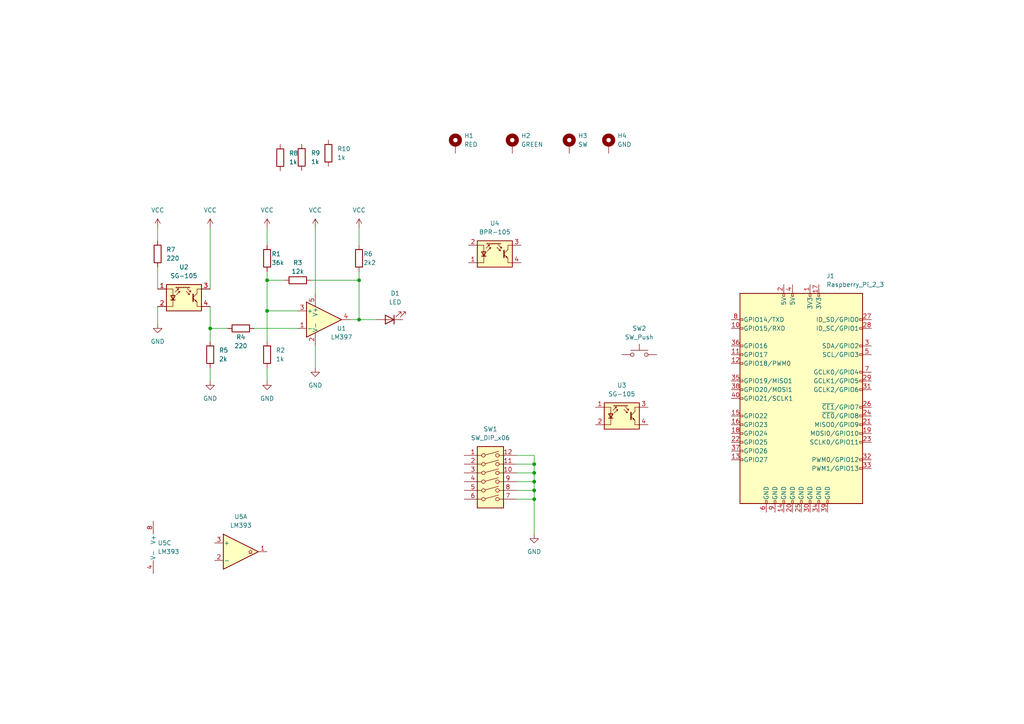
<source format=kicad_sch>
(kicad_sch (version 20230121) (generator eeschema)
  (paper "A4")
  (title_block (title "FILM MAGAZINE") (rev "1") (company "frogman crafts"))
  (lib_symbols
    (symbol "Comparator:LM393" (pin_names (offset 0.127))
      (property "Reference" "U" (at 3.81 3.81 0))
      (property "Value" "LM393" (at 6.35 -3.81 0))
      (symbol "LM393_1_1"
        (polyline (pts (xy -5.08 5.08) (xy 5.08 0) (xy -5.08 -5.08) (xy -5.08 5.08)) (stroke (width 0.254)) (fill (type background)))
        (polyline (pts (xy 3.302 -0.508) (xy 2.794 -0.508) (xy 3.302 0) (xy 2.794 0.508) (xy 2.286 0) (xy 2.794 -0.508) (xy 2.286 -0.508)) (stroke (width 0.127)))
        (pin open_collector line (at 7.62 0 180) (length 2.54) (name "~") (number "1"))
        (pin input line (at -7.62 -2.54 0) (length 2.54) (name "-") (number "2"))
        (pin input line (at -7.62 2.54 0) (length 2.54) (name "+") (number "3"))
      )
      (symbol "LM393_2_1"
        (polyline (pts (xy -5.08 5.08) (xy 5.08 0) (xy -5.08 -5.08) (xy -5.08 5.08)) (stroke (width 0.254)) (fill (type background)))
        (polyline (pts (xy 3.302 -0.508) (xy 2.794 -0.508) (xy 3.302 0) (xy 2.794 0.508) (xy 2.286 0) (xy 2.794 -0.508) (xy 2.286 -0.508)) (stroke (width 0.127)))
        (pin input line (at -7.62 2.54 0) (length 2.54) (name "+") (number "5"))
        (pin input line (at -7.62 -2.54 0) (length 2.54) (name "-") (number "6"))
        (pin open_collector line (at 7.62 0 180) (length 2.54) (name "~") (number "7"))
      )
      (symbol "LM393_3_1"
        (pin power_in line (at -2.54 -7.62 90) (length 3.81) (name "V-") (number "4"))
        (pin power_in line (at -2.54 7.62 270) (length 3.81) (name "V+") (number "8"))
      )
    )
    (symbol "Comparator:LM397" (pin_names (offset 0.127))
      (property "Reference" "U" (at 1.27 5.08 0))
      (property "Value" "LM397" (at 3.81 -5.08 0))
      (symbol "LM397_0_1"
        (polyline (pts (xy -5.08 5.08) (xy 5.08 0) (xy -5.08 -5.08) (xy -5.08 5.08)) (stroke (width 0.254)) (fill (type background)))
      )
      (symbol "LM397_1_1"
        (pin input line (at -7.62 -2.54 0) (length 2.54) (name "-") (number "1"))
        (pin power_in line (at -2.54 -7.62 90) (length 3.81) (name "V-") (number "2"))
        (pin input line (at -7.62 2.54 0) (length 2.54) (name "+") (number "3"))
        (pin open_collector line (at 7.62 0 180) (length 2.54) (name "~") (number "4"))
        (pin power_in line (at -2.54 7.62 270) (length 3.81) (name "V+") (number "5"))
      )
    )
    (symbol "Connector:Raspberry_Pi_2_3" (pin_names (offset 1.016))
      (property "Reference" "J" (at -17.78 31.75 0))
      (property "Value" "Raspberry_Pi_2_3" (at 10.16 -31.75 0))
      (symbol "Raspberry_Pi_2_3_0_1"
        (rectangle (start -17.78 30.48) (end 17.78 -30.48) (stroke (width 0.254)) (fill (type background)))
      )
      (symbol "Raspberry_Pi_2_3_1_1"
        (rectangle (start -16.891 -17.526) (end -17.78 -18.034))
        (rectangle (start -16.891 -14.986) (end -17.78 -15.494))
        (rectangle (start -16.891 -12.446) (end -17.78 -12.954))
        (rectangle (start -16.891 -9.906) (end -17.78 -10.414))
        (rectangle (start -16.891 -7.366) (end -17.78 -7.874))
        (rectangle (start -16.891 -4.826) (end -17.78 -5.334))
        (rectangle (start -16.891 0.254) (end -17.78 -0.254))
        (rectangle (start -16.891 2.794) (end -17.78 2.286))
        (rectangle (start -16.891 5.334) (end -17.78 4.826))
        (rectangle (start -16.891 10.414) (end -17.78 9.906))
        (rectangle (start -16.891 12.954) (end -17.78 12.446))
        (rectangle (start -16.891 15.494) (end -17.78 14.986))
        (rectangle (start -16.891 20.574) (end -17.78 20.066))
        (rectangle (start -16.891 23.114) (end -17.78 22.606))
        (rectangle (start -10.414 -29.591) (end -9.906 -30.48))
        (rectangle (start -7.874 -29.591) (end -7.366 -30.48))
        (rectangle (start -5.334 -29.591) (end -4.826 -30.48))
        (rectangle (start -5.334 30.48) (end -4.826 29.591))
        (rectangle (start -2.794 -29.591) (end -2.286 -30.48))
        (rectangle (start -2.794 30.48) (end -2.286 29.591))
        (rectangle (start -0.254 -29.591) (end 0.254 -30.48))
        (rectangle (start 2.286 -29.591) (end 2.794 -30.48))
        (rectangle (start 2.286 30.48) (end 2.794 29.591))
        (rectangle (start 4.826 -29.591) (end 5.334 -30.48))
        (rectangle (start 4.826 30.48) (end 5.334 29.591))
        (rectangle (start 7.366 -29.591) (end 7.874 -30.48))
        (rectangle (start 17.78 -20.066) (end 16.891 -20.574))
        (rectangle (start 17.78 -17.526) (end 16.891 -18.034))
        (rectangle (start 17.78 -12.446) (end 16.891 -12.954))
        (rectangle (start 17.78 -9.906) (end 16.891 -10.414))
        (rectangle (start 17.78 -7.366) (end 16.891 -7.874))
        (rectangle (start 17.78 -4.826) (end 16.891 -5.334))
        (rectangle (start 17.78 -2.286) (end 16.891 -2.794))
        (rectangle (start 17.78 2.794) (end 16.891 2.286))
        (rectangle (start 17.78 5.334) (end 16.891 4.826))
        (rectangle (start 17.78 7.874) (end 16.891 7.366))
        (rectangle (start 17.78 12.954) (end 16.891 12.446))
        (rectangle (start 17.78 15.494) (end 16.891 14.986))
        (rectangle (start 17.78 20.574) (end 16.891 20.066))
        (rectangle (start 17.78 23.114) (end 16.891 22.606))
        (pin power_in line (at 2.54 33.02 270) (length 2.54) (name "3V3") (number "1"))
        (pin bidirectional line (at -20.32 20.32 0) (length 2.54) (name "GPIO15/RXD") (number "10"))
        (pin bidirectional line (at -20.32 12.7 0) (length 2.54) (name "GPIO17") (number "11"))
        (pin bidirectional line (at -20.32 10.16 0) (length 2.54) (name "GPIO18/PWM0") (number "12"))
        (pin bidirectional line (at -20.32 -17.78 0) (length 2.54) (name "GPIO27") (number "13"))
        (pin power_in line (at -5.08 -33.02 90) (length 2.54) (name "GND") (number "14"))
        (pin bidirectional line (at -20.32 -5.08 0) (length 2.54) (name "GPIO22") (number "15"))
        (pin bidirectional line (at -20.32 -7.62 0) (length 2.54) (name "GPIO23") (number "16"))
        (pin power_in line (at 5.08 33.02 270) (length 2.54) (name "3V3") (number "17"))
        (pin bidirectional line (at -20.32 -10.16 0) (length 2.54) (name "GPIO24") (number "18"))
        (pin bidirectional line (at 20.32 -10.16 180) (length 2.54) (name "MOSI0/GPIO10") (number "19"))
        (pin power_in line (at -5.08 33.02 270) (length 2.54) (name "5V") (number "2"))
        (pin power_in line (at -2.54 -33.02 90) (length 2.54) (name "GND") (number "20"))
        (pin bidirectional line (at 20.32 -7.62 180) (length 2.54) (name "MISO0/GPIO9") (number "21"))
        (pin bidirectional line (at -20.32 -12.7 0) (length 2.54) (name "GPIO25") (number "22"))
        (pin bidirectional line (at 20.32 -12.7 180) (length 2.54) (name "SCLK0/GPIO11") (number "23"))
        (pin bidirectional line (at 20.32 -5.08 180) (length 2.54) (name "~{CE0}/GPIO8") (number "24"))
        (pin power_in line (at 0 -33.02 90) (length 2.54) (name "GND") (number "25"))
        (pin bidirectional line (at 20.32 -2.54 180) (length 2.54) (name "~{CE1}/GPIO7") (number "26"))
        (pin bidirectional line (at 20.32 22.86 180) (length 2.54) (name "ID_SD/GPIO0") (number "27"))
        (pin bidirectional line (at 20.32 20.32 180) (length 2.54) (name "ID_SC/GPIO1") (number "28"))
        (pin bidirectional line (at 20.32 5.08 180) (length 2.54) (name "GCLK1/GPIO5") (number "29"))
        (pin bidirectional line (at 20.32 15.24 180) (length 2.54) (name "SDA/GPIO2") (number "3"))
        (pin power_in line (at 2.54 -33.02 90) (length 2.54) (name "GND") (number "30"))
        (pin bidirectional line (at 20.32 2.54 180) (length 2.54) (name "GCLK2/GPIO6") (number "31"))
        (pin bidirectional line (at 20.32 -17.78 180) (length 2.54) (name "PWM0/GPIO12") (number "32"))
        (pin bidirectional line (at 20.32 -20.32 180) (length 2.54) (name "PWM1/GPIO13") (number "33"))
        (pin power_in line (at 5.08 -33.02 90) (length 2.54) (name "GND") (number "34"))
        (pin bidirectional line (at -20.32 5.08 0) (length 2.54) (name "GPIO19/MISO1") (number "35"))
        (pin bidirectional line (at -20.32 15.24 0) (length 2.54) (name "GPIO16") (number "36"))
        (pin bidirectional line (at -20.32 -15.24 0) (length 2.54) (name "GPIO26") (number "37"))
        (pin bidirectional line (at -20.32 2.54 0) (length 2.54) (name "GPIO20/MOSI1") (number "38"))
        (pin power_in line (at 7.62 -33.02 90) (length 2.54) (name "GND") (number "39"))
        (pin power_in line (at -2.54 33.02 270) (length 2.54) (name "5V") (number "4"))
        (pin bidirectional line (at -20.32 0 0) (length 2.54) (name "GPIO21/SCLK1") (number "40"))
        (pin bidirectional line (at 20.32 12.7 180) (length 2.54) (name "SCL/GPIO3") (number "5"))
        (pin power_in line (at -10.16 -33.02 90) (length 2.54) (name "GND") (number "6"))
        (pin bidirectional line (at 20.32 7.62 180) (length 2.54) (name "GCLK0/GPIO4") (number "7"))
        (pin bidirectional line (at -20.32 22.86 0) (length 2.54) (name "GPIO14/TXD") (number "8"))
        (pin power_in line (at -7.62 -33.02 90) (length 2.54) (name "GND") (number "9"))
      )
    )
    (symbol "Device:LED" (pin_numbers hide) (pin_names (offset 1.016) hide)
      (property "Reference" "D" (at 0 2.54 0))
      (property "Value" "LED" (at 0 -2.54 0))
      (symbol "LED_0_1"
        (polyline (pts (xy -1.27 -1.27) (xy -1.27 1.27)) (stroke (width 0.254)))
        (polyline (pts (xy -1.27 0) (xy 1.27 0)))
        (polyline (pts (xy 1.27 -1.27) (xy 1.27 1.27) (xy -1.27 0) (xy 1.27 -1.27)) (stroke (width 0.254)))
        (polyline (pts (xy -3.048 -0.762) (xy -4.572 -2.286) (xy -3.81 -2.286) (xy -4.572 -2.286) (xy -4.572 -1.524)))
        (polyline (pts (xy -1.778 -0.762) (xy -3.302 -2.286) (xy -2.54 -2.286) (xy -3.302 -2.286) (xy -3.302 -1.524)))
      )
      (symbol "LED_1_1"
        (pin passive line (at -3.81 0 0) (length 2.54) (name "K") (number "1"))
        (pin passive line (at 3.81 0 180) (length 2.54) (name "A") (number "2"))
      )
    )
    (symbol "Device:R" (pin_numbers hide) (pin_names (offset 0))
      (property "Reference" "R" (at 2.032 0 90))
      (property "Value" "R" (at 0 0 90))
      (symbol "R_0_1"
        (rectangle (start -1.016 -2.54) (end 1.016 2.54) (stroke (width 0.254)))
      )
      (symbol "R_1_1"
        (pin passive line (at 0 3.81 270) (length 1.27) (name "~") (number "1"))
        (pin passive line (at 0 -3.81 90) (length 1.27) (name "~") (number "2"))
      )
    )
    (symbol "Mechanical:MountingHole_Pad" (pin_numbers hide) (pin_names (offset 1.016) hide)
      (property "Reference" "H" (at 0 6.35 0))
      (property "Value" "MountingHole_Pad" (at 0 4.445 0))
      (symbol "MountingHole_Pad_0_1"
        (circle (center 0 1.27) (radius 1.27) (stroke (width 1.27)))
      )
      (symbol "MountingHole_Pad_1_1"
        (pin input line (at 0 -2.54 90) (length 2.54) (name "1") (number "1"))
      )
    )
    (symbol "Sensor_Proximity:BPR-105" (pin_names (offset 0.0254) hide)
      (property "Reference" "U" (at -5.08 5.08 0))
      (property "Value" "BPR-105" (at 7.62 5.08 0))
      (symbol "BPR-105_0_1"
        (polyline (pts (xy -3.81 -0.635) (xy -2.54 -0.635)) (stroke (width 0.254)))
        (polyline (pts (xy -2.286 2.921) (xy -2.032 3.175)))
        (polyline (pts (xy -1.778 2.921) (xy -1.524 3.175)))
        (polyline (pts (xy -1.524 2.667) (xy -1.651 2.159)))
        (polyline (pts (xy -1.27 2.921) (xy -1.016 3.175)))
        (polyline (pts (xy -1.143 1.905) (xy -1.27 1.397)))
        (polyline (pts (xy -0.762 2.921) (xy -0.508 3.175)))
        (polyline (pts (xy -0.254 2.921) (xy 0 3.175)))
        (polyline (pts (xy 0.254 2.921) (xy 0.508 3.175)))
        (polyline (pts (xy 0.762 2.921) (xy 1.016 3.175)))
        (polyline (pts (xy 1.27 2.921) (xy 1.524 3.175)))
        (polyline (pts (xy 1.651 0.889) (xy 1.143 1.016)))
        (polyline (pts (xy 1.778 2.921) (xy -2.413 2.921)))
        (polyline (pts (xy 2.032 1.651) (xy 1.524 1.778)))
        (polyline (pts (xy 2.667 -0.127) (xy 3.81 -1.27)))
        (polyline (pts (xy 2.667 0.127) (xy 3.81 1.27)))
        (polyline (pts (xy -2.54 1.651) (xy -1.524 2.667) (xy -2.032 2.54)))
        (polyline (pts (xy -2.159 0.889) (xy -1.143 1.905) (xy -1.651 1.778)))
        (polyline (pts (xy 0.635 1.905) (xy 1.651 0.889) (xy 1.524 1.397)))
        (polyline (pts (xy 1.016 2.667) (xy 2.032 1.651) (xy 1.905 2.159)))
        (polyline (pts (xy 2.667 1.016) (xy 2.667 -1.016) (xy 2.667 -1.016)) (stroke (width 0.3556)))
        (polyline (pts (xy 3.81 -1.27) (xy 3.81 -2.54) (xy 5.08 -2.54)))
        (polyline (pts (xy 3.81 1.27) (xy 3.81 2.54) (xy 5.08 2.54)))
        (polyline (pts (xy -5.08 -2.54) (xy -3.175 -2.54) (xy -3.175 2.54) (xy -5.08 2.54)))
        (polyline (pts (xy -3.175 -0.635) (xy -3.81 0.635) (xy -2.54 0.635) (xy -3.175 -0.635)) (stroke (width 0.254)))
        (polyline (pts (xy 3.683 -1.143) (xy 3.429 -0.635) (xy 3.175 -0.889) (xy 3.683 -1.143)))
        (polyline (pts (xy -5.08 -3.81) (xy 5.08 -3.81) (xy 5.08 3.81) (xy -5.08 3.81) (xy -5.08 -3.81)) (stroke (width 0.254)) (fill (type background)))
      )
      (symbol "BPR-105_1_1"
        (pin passive line (at -7.62 -2.54 0) (length 2.54) (name "K") (number "1"))
        (pin passive line (at -7.62 2.54 0) (length 2.54) (name "A") (number "2"))
        (pin open_collector line (at 7.62 2.54 180) (length 2.54) (name "C") (number "3"))
        (pin open_emitter line (at 7.62 -2.54 180) (length 2.54) (name "E") (number "4"))
      )
    )
    (symbol "Sensor_Proximity:SG-105" (pin_names (offset 1.016) hide)
      (property "Reference" "U" (at -3.81 5.08 0))
      (property "Value" "SG-105" (at 8.89 5.08 0))
      (symbol "SG-105_0_1"
        (polyline (pts (xy -3.81 -0.635) (xy -2.54 -0.635)) (stroke (width 0.254)))
        (polyline (pts (xy -2.286 2.921) (xy -2.032 3.175)))
        (polyline (pts (xy -1.778 2.921) (xy -1.524 3.175)))
        (polyline (pts (xy -1.524 2.667) (xy -1.651 2.159)))
        (polyline (pts (xy -1.27 2.921) (xy -1.016 3.175)))
        (polyline (pts (xy -1.143 1.905) (xy -1.27 1.397)))
        (polyline (pts (xy -0.762 2.921) (xy -0.508 3.175)))
        (polyline (pts (xy -0.254 2.921) (xy 0 3.175)))
        (polyline (pts (xy 0.254 2.921) (xy 0.508 3.175)))
        (polyline (pts (xy 0.762 2.921) (xy 1.016 3.175)))
        (polyline (pts (xy 1.27 2.921) (xy 1.524 3.175)))
        (polyline (pts (xy 1.651 0.889) (xy 1.143 1.016)))
        (polyline (pts (xy 1.778 2.921) (xy -2.413 2.921)))
        (polyline (pts (xy 2.032 1.651) (xy 1.524 1.778)))
        (polyline (pts (xy 2.667 -0.127) (xy 3.81 -1.27)))
        (polyline (pts (xy 2.667 0.127) (xy 3.81 1.27)))
        (polyline (pts (xy -2.54 1.651) (xy -1.524 2.667) (xy -2.032 2.54)))
        (polyline (pts (xy -2.159 0.889) (xy -1.143 1.905) (xy -1.651 1.778)))
        (polyline (pts (xy 0.635 1.905) (xy 1.651 0.889) (xy 1.524 1.397)))
        (polyline (pts (xy 1.016 2.667) (xy 2.032 1.651) (xy 1.905 2.159)))
        (polyline (pts (xy 2.667 1.016) (xy 2.667 -1.016) (xy 2.667 -1.016)) (stroke (width 0.3556)))
        (polyline (pts (xy 3.81 -1.27) (xy 3.81 -2.54) (xy 5.08 -2.54)))
        (polyline (pts (xy 3.81 1.27) (xy 3.81 2.54) (xy 5.08 2.54)))
        (polyline (pts (xy -5.08 -2.54) (xy -3.175 -2.54) (xy -3.175 2.54) (xy -5.08 2.54)))
        (polyline (pts (xy -3.175 -0.635) (xy -3.81 0.635) (xy -2.54 0.635) (xy -3.175 -0.635)) (stroke (width 0.254)))
        (polyline (pts (xy 3.683 -1.143) (xy 3.429 -0.635) (xy 3.175 -0.889) (xy 3.683 -1.143)))
        (polyline (pts (xy -5.08 -3.81) (xy 5.08 -3.81) (xy 5.08 3.81) (xy -5.08 3.81) (xy -5.08 -3.81)) (stroke (width 0.254)) (fill (type background)))
      )
      (symbol "SG-105_1_1"
        (pin passive line (at -7.62 2.54 0) (length 2.54) (name "A") (number "1"))
        (pin passive line (at -7.62 -2.54 0) (length 2.54) (name "K") (number "2"))
        (pin open_collector line (at 7.62 2.54 180) (length 2.54) (name "C") (number "3"))
        (pin open_emitter line (at 7.62 -2.54 180) (length 2.54) (name "E") (number "4"))
      )
    )
    (symbol "Switch:SW_DIP_x06" (pin_names (offset 0) hide)
      (property "Reference" "SW" (at 0 11.43 0))
      (property "Value" "SW_DIP_x06" (at 0 -8.89 0))
      (symbol "SW_DIP_x06_0_0"
        (circle (center -2.032 -5.08) (radius 0.508))
        (circle (center -2.032 -2.54) (radius 0.508))
        (circle (center -2.032 0) (radius 0.508))
        (circle (center -2.032 2.54) (radius 0.508))
        (circle (center -2.032 5.08) (radius 0.508))
        (circle (center -2.032 7.62) (radius 0.508))
        (polyline (pts (xy -1.524 -4.9276) (xy 2.3622 -3.8862)))
        (polyline (pts (xy -1.524 -2.3876) (xy 2.3622 -1.3462)))
        (polyline (pts (xy -1.524 0.127) (xy 2.3622 1.1684)))
        (polyline (pts (xy -1.524 2.667) (xy 2.3622 3.7084)))
        (polyline (pts (xy -1.524 5.207) (xy 2.3622 6.2484)))
        (polyline (pts (xy -1.524 7.747) (xy 2.3622 8.7884)))
        (circle (center 2.032 -5.08) (radius 0.508))
        (circle (center 2.032 -2.54) (radius 0.508))
        (circle (center 2.032 0) (radius 0.508))
        (circle (center 2.032 2.54) (radius 0.508))
        (circle (center 2.032 5.08) (radius 0.508))
        (circle (center 2.032 7.62) (radius 0.508))
      )
      (symbol "SW_DIP_x06_0_1"
        (rectangle (start -3.81 10.16) (end 3.81 -7.62) (stroke (width 0.254)) (fill (type background)))
      )
      (symbol "SW_DIP_x06_1_1"
        (pin passive line (at -7.62 7.62 0) (length 5.08) (name "~") (number "1"))
        (pin passive line (at 7.62 2.54 180) (length 5.08) (name "~") (number "10"))
        (pin passive line (at 7.62 5.08 180) (length 5.08) (name "~") (number "11"))
        (pin passive line (at 7.62 7.62 180) (length 5.08) (name "~") (number "12"))
        (pin passive line (at -7.62 5.08 0) (length 5.08) (name "~") (number "2"))
        (pin passive line (at -7.62 2.54 0) (length 5.08) (name "~") (number "3"))
        (pin passive line (at -7.62 0 0) (length 5.08) (name "~") (number "4"))
        (pin passive line (at -7.62 -2.54 0) (length 5.08) (name "~") (number "5"))
        (pin passive line (at -7.62 -5.08 0) (length 5.08) (name "~") (number "6"))
        (pin passive line (at 7.62 -5.08 180) (length 5.08) (name "~") (number "7"))
        (pin passive line (at 7.62 -2.54 180) (length 5.08) (name "~") (number "8"))
        (pin passive line (at 7.62 0 180) (length 5.08) (name "~") (number "9"))
      )
    )
    (symbol "Switch:SW_Push" (pin_numbers hide) (pin_names (offset 1.016) hide)
      (property "Reference" "SW" (at 1.27 2.54 0))
      (property "Value" "SW_Push" (at 0 -1.524 0))
      (symbol "SW_Push_0_1"
        (circle (center -2.032 0) (radius 0.508))
        (polyline (pts (xy 0 1.27) (xy 0 3.048)))
        (polyline (pts (xy 2.54 1.27) (xy -2.54 1.27)))
        (circle (center 2.032 0) (radius 0.508))
        (pin passive line (at -5.08 0 0) (length 2.54) (name "1") (number "1"))
        (pin passive line (at 5.08 0 180) (length 2.54) (name "2") (number "2"))
      )
    )
    (symbol "power:GND" (power) (pin_names (offset 0))
      (property "Value" "GND" (at 0 -3.81 0))
      (symbol "GND_0_1"
        (polyline (pts (xy 0 0) (xy 0 -1.27) (xy 1.27 -1.27) (xy 0 -2.54) (xy -1.27 -1.27) (xy 0 -1.27)))
      )
      (symbol "GND_1_1"
        (pin power_in line (at 0 0 270) (length 0) hide (name "GND") (number "1"))
      )
    )
    (symbol "power:VCC" (power) (pin_names (offset 0))
      (property "Value" "VCC" (at 0 3.81 0))
      (symbol "VCC_0_1"
        (polyline (pts (xy -0.762 1.27) (xy 0 2.54)))
        (polyline (pts (xy 0 0) (xy 0 2.54)))
        (polyline (pts (xy 0 2.54) (xy 0.762 1.27)))
      )
      (symbol "VCC_1_1"
        (pin power_in line (at 0 0 90) (length 0) hide (name "VCC") (number "1"))
      )
    )
  )
  (junction (at 104.14 92.71))
  (junction (at 154.94 139.7))
  (junction (at 154.94 134.62))
  (junction (at 77.47 81.28))
  (junction (at 154.94 142.24))
  (junction (at 77.47 90.17))
  (junction (at 104.14 81.28))
  (junction (at 60.96 95.25))
  (junction (at 154.94 137.16))
  (junction (at 154.94 144.78))
  (wire (pts (xy 91.44 100.33) (xy 91.44 106.68)))
  (wire (pts (xy 60.96 95.25) (xy 60.96 99.06)))
  (wire (pts (xy 77.47 81.28) (xy 77.47 90.17)))
  (wire (pts (xy 60.96 66.04) (xy 60.96 83.82)))
  (wire (pts (xy 77.47 78.74) (xy 77.47 81.28)))
  (wire (pts (xy 154.94 144.78) (xy 154.94 154.94)))
  (wire (pts (xy 149.86 139.7) (xy 154.94 139.7)))
  (wire (pts (xy 77.47 81.28) (xy 82.55 81.28)))
  (wire (pts (xy 60.96 95.25) (xy 66.04 95.25)))
  (wire (pts (xy 91.44 66.04) (xy 91.44 85.09)))
  (wire (pts (xy 154.94 139.7) (xy 154.94 142.24)))
  (wire (pts (xy 149.86 144.78) (xy 154.94 144.78)))
  (wire (pts (xy 60.96 88.9) (xy 60.96 95.25)))
  (wire (pts (xy 149.86 132.08) (xy 154.94 132.08)))
  (wire (pts (xy 77.47 90.17) (xy 77.47 99.06)))
  (wire (pts (xy 154.94 142.24) (xy 154.94 144.78)))
  (wire (pts (xy 149.86 134.62) (xy 154.94 134.62)))
  (wire (pts (xy 45.72 88.9) (xy 45.72 93.98)))
  (wire (pts (xy 101.6 92.71) (xy 104.14 92.71)))
  (wire (pts (xy 77.47 90.17) (xy 86.36 90.17)))
  (wire (pts (xy 149.86 142.24) (xy 154.94 142.24)))
  (wire (pts (xy 154.94 132.08) (xy 154.94 134.62)))
  (wire (pts (xy 45.72 66.04) (xy 45.72 69.85)))
  (wire (pts (xy 149.86 137.16) (xy 154.94 137.16)))
  (wire (pts (xy 154.94 134.62) (xy 154.94 137.16)))
  (wire (pts (xy 154.94 137.16) (xy 154.94 139.7)))
  (wire (pts (xy 104.14 81.28) (xy 104.14 92.71)))
  (wire (pts (xy 90.17 81.28) (xy 104.14 81.28)))
  (wire (pts (xy 104.14 92.71) (xy 109.22 92.71)))
  (wire (pts (xy 60.96 106.68) (xy 60.96 110.49)))
  (wire (pts (xy 104.14 78.74) (xy 104.14 81.28)))
  (wire (pts (xy 104.14 66.04) (xy 104.14 71.12)))
  (wire (pts (xy 45.72 77.47) (xy 45.72 83.82)))
  (wire (pts (xy 73.66 95.25) (xy 86.36 95.25)))
  (wire (pts (xy 77.47 66.04) (xy 77.47 71.12)))
  (wire (pts (xy 77.47 106.68) (xy 77.47 110.49)))
  (symbol (lib_id "Device:R") (at 95.25 44.45 0) (unit 1)
    (property "Reference" "R10" (at 97.79 43.18 0) (effects (justify left)))
    (property "Value" "1k" (at 97.79 45.72 0) (effects (justify left)))
  )
  (symbol (lib_id "Device:R") (at 60.96 102.87 0) (unit 1)
    (property "Reference" "R5" (at 63.5 101.6 0) (effects (justify left)))
    (property "Value" "2k" (at 63.5 104.14 0) (effects (justify left)))
  )
  (symbol (lib_id "Sensor_Proximity:SG-105") (at 180.34 120.65 0) (unit 1)
    (property "Reference" "U3" (at 180.34 111.76 0))
    (property "Value" "SG-105" (at 180.34 114.3 0))
    (property "Footprint" "OptoDevice:Kodenshi_SG105" (effects hide))
    (property "Datasheet" "http://www.kodenshi.co.jp/products/pdf/sensor/photointerrupter_ref/SG-105.pdf" (effects hide))
  )
  (symbol (lib_id "Sensor_Proximity:SG-105") (at 53.34 86.36 0) (unit 1)
    (property "Reference" "U2" (at 53.34 77.47 0))
    (property "Value" "SG-105" (at 53.34 80.01 0))
    (property "Footprint" "OptoDevice:Kodenshi_SG105" (effects hide))
    (property "Datasheet" "http://www.kodenshi.co.jp/products/pdf/sensor/photointerrupter_ref/SG-105.pdf" (effects hide))
  )
  (symbol (lib_id "Sensor_Proximity:BPR-105") (at 143.51 73.66 0) (unit 1)
    (property "Reference" "U4" (at 143.51 64.77 0))
    (property "Value" "BPR-105" (at 143.51 67.31 0))
    (property "Footprint" "OptoDevice:Everlight_ITR8307" (effects hide))
    (property "Datasheet" "http://www.ystone.com.tw/en/data/goods/IRPT/Photo%20Interrupters-Reflective%20Type.pdf" (effects hide))
  )
  (symbol (lib_id "power:GND") (at 77.47 110.49 0) (unit 1)
    (property "Reference" "#PWR05" (effects hide))
    (property "Value" "GND" (at 77.47 115.57 0))
  )
  (symbol (lib_id "Comparator:LM393") (at 69.85 160.02 0) (unit 1)
    (property "Reference" "U5" (at 69.85 149.86 0))
    (property "Value" "LM393" (at 69.85 152.4 0))
    (property "Datasheet" "http://www.ti.com/lit/ds/symlink/lm393.pdf" (effects hide))
  )
  (symbol (lib_id "power:GND") (at 154.94 154.94 0) (unit 1)
    (property "Reference" "#PWR010" (effects hide))
    (property "Value" "GND" (at 154.94 160.02 0))
  )
  (symbol (lib_id "Switch:SW_Push") (at 185.42 102.87 0) (unit 1)
    (property "Reference" "SW2" (at 185.42 95.25 0))
    (property "Value" "SW_Push" (at 185.42 97.79 0))
  )
  (symbol (lib_id "Mechanical:MountingHole_Pad") (at 165.1 41.91 0) (unit 1)
    (property "Reference" "H3" (at 167.64 39.37 0) (effects (justify left)))
    (property "Value" "SW" (at 167.64 41.91 0) (effects (justify left)))
  )
  (symbol (lib_id "power:GND") (at 60.96 110.49 0) (unit 1)
    (property "Reference" "#PWR07" (effects hide))
    (property "Value" "GND" (at 60.96 115.57 0))
  )
  (symbol (lib_id "Mechanical:MountingHole_Pad") (at 132.08 41.91 0) (unit 1)
    (property "Reference" "H1" (at 134.62 39.37 0) (effects (justify left)))
    (property "Value" "RED" (at 134.62 41.91 0) (effects (justify left)))
  )
  (symbol (lib_id "Mechanical:MountingHole_Pad") (at 176.53 41.91 0) (unit 1)
    (property "Reference" "H4" (at 179.07 39.37 0) (effects (justify left)))
    (property "Value" "GND" (at 179.07 41.91 0) (effects (justify left)))
  )
  (symbol (lib_id "Switch:SW_DIP_x06") (at 142.24 139.7 0) (unit 1)
    (property "Reference" "SW1" (at 142.24 124.46 0))
    (property "Value" "SW_DIP_x06" (at 142.24 127 0))
  )
  (symbol (lib_id "power:VCC") (at 104.14 66.04 0) (unit 1)
    (property "Reference" "#PWR03" (effects hide))
    (property "Value" "VCC" (at 104.14 60.96 0))
  )
  (symbol (lib_id "Comparator:LM393") (at 46.99 158.75 0) (unit 3)
    (property "Reference" "U5" (at 45.72 157.48 0) (effects (justify left)))
    (property "Value" "LM393" (at 45.72 160.02 0) (effects (justify left)))
    (property "Datasheet" "http://www.ti.com/lit/ds/symlink/lm393.pdf" (effects hide))
  )
  (symbol (lib_id "power:GND") (at 91.44 106.68 0) (unit 1)
    (property "Reference" "#PWR02" (effects hide))
    (property "Value" "GND" (at 91.44 111.76 0))
  )
  (symbol (lib_id "Connector:Raspberry_Pi_2_3") (at 232.41 115.57 0) (unit 1)
    (property "Reference" "J1" (at 239.6841 80.01 0) (effects (justify left)))
    (property "Value" "Raspberry_Pi_2_3" (at 239.6841 82.55 0) (effects (justify left)))
    (property "Datasheet" "https://www.raspberrypi.org/documentation/hardware/raspberrypi/schematics/rpi_SCH_3bplus_1p0_reduced.pdf" (effects hide))
  )
  (symbol (lib_id "Device:R") (at 69.85 95.25 90) (unit 1)
    (property "Reference" "R4" (at 69.85 97.79 90))
    (property "Value" "220" (at 69.85 100.33 90))
  )
  (symbol (lib_id "Device:R") (at 87.5084 45.654 0) (unit 1)
    (property "Reference" "R9" (at 90.17 44.384 0) (effects (justify left)))
    (property "Value" "1k" (at 90.17 46.924 0) (effects (justify left)))
  )
  (symbol (lib_id "Device:R") (at 86.36 81.28 90) (unit 1)
    (property "Reference" "R3" (at 86.36 76.2 90))
    (property "Value" "12k" (at 86.36 78.74 90))
  )
  (symbol (lib_id "Comparator:LM397") (at 93.98 92.71 0) (unit 1)
    (property "Reference" "U1" (at 99.06 95.25 0))
    (property "Value" "LM397" (at 99.06 97.79 0))
    (property "Footprint" "Package_TO_SOT_SMD:SOT-23-5" (effects hide))
    (property "Datasheet" "http://www.ti.com/lit/ds/symlink/lm397.pdf" (effects hide))
  )
  (symbol (lib_id "Device:LED") (at 113.03 92.71 180) (unit 1)
    (property "Reference" "D1" (at 114.6175 85.09 0))
    (property "Value" "LED" (at 114.6175 87.63 0))
  )
  (symbol (lib_id "power:VCC") (at 45.72 66.04 0) (unit 1)
    (property "Reference" "#PWR08" (effects hide))
    (property "Value" "VCC" (at 45.72 60.96 0))
  )
  (symbol (lib_id "Device:R") (at 45.72 73.66 0) (unit 1)
    (property "Reference" "R7" (at 48.2107 72.39 0) (effects (justify left)))
    (property "Value" "220" (at 48.2107 74.93 0) (effects (justify left)))
  )
  (symbol (lib_id "Device:R") (at 77.47 74.93 0) (unit 1)
    (property "Reference" "R1" (at 78.74 73.66 0) (effects (justify left)))
    (property "Value" "36k" (at 78.74 76.2 0) (effects (justify left)))
  )
  (symbol (lib_id "power:GND") (at 45.72 93.98 0) (unit 1)
    (property "Reference" "#PWR09" (effects hide))
    (property "Value" "GND" (at 45.72 99.06 0))
  )
  (symbol (lib_id "Device:R") (at 104.14 74.93 0) (unit 1)
    (property "Reference" "R6" (at 105.41 73.66 0) (effects (justify left)))
    (property "Value" "2k2" (at 105.41 76.2 0) (effects (justify left)))
  )
  (symbol (lib_id "Mechanical:MountingHole_Pad") (at 148.59 41.91 0) (unit 1)
    (property "Reference" "H2" (at 151.13 39.37 0) (effects (justify left)))
    (property "Value" "GREEN" (at 151.13 41.91 0) (effects (justify left)))
  )
  (symbol (lib_id "Device:R") (at 81.28 45.72 0) (unit 1)
    (property "Reference" "R8" (at 83.82 44.45 0) (effects (justify left)))
    (property "Value" "1k" (at 83.82 46.99 0) (effects (justify left)))
  )
  (symbol (lib_id "power:VCC") (at 60.96 66.04 0) (unit 1)
    (property "Reference" "#PWR06" (effects hide))
    (property "Value" "VCC" (at 60.96 60.96 0))
  )
  (symbol (lib_id "Device:R") (at 77.47 102.87 0) (unit 1)
    (property "Reference" "R2" (at 80.01 101.6 0) (effects (justify left)))
    (property "Value" "1k" (at 80.01 104.14 0) (effects (justify left)))
  )
  (symbol (lib_id "power:VCC") (at 91.44 66.04 0) (unit 1)
    (property "Reference" "#PWR01" (effects hide))
    (property "Value" "VCC" (at 91.44 60.96 0))
  )
  (symbol (lib_id "power:VCC") (at 77.47 66.04 0) (unit 1)
    (property "Reference" "#PWR04" (effects hide))
    (property "Value" "VCC" (at 77.47 60.96 0))
  )
)
</source>
